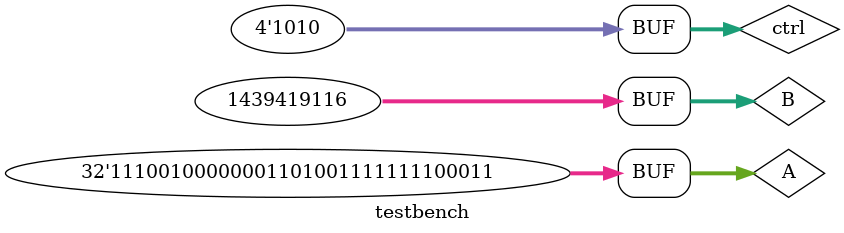
<source format=v>
module testbench;
    
    reg [0:31] A, B;
    reg [0:3] ctrl;
    wire [0:31] ALUout;
    wire zero,of;
    
    alu ALU(A, B, ctrl, ALUout, zero,of);
    
    initial begin
        $monitor("%h,%h,%b,%h,%h,%b",A,B,ctrl,ALUout,zero,of);

		#0 A=32'h8ccd1c83; B=32'hc6959c46; ctrl=32'b1100;
		#1 A=32'h1164c7e1; B=32'hba4dadd1; ctrl=32'b1100;
		#1 A=32'heda2b713; B=32'h0427ac91; ctrl=32'b0000;
		#1 A=32'hc84aea44; B=32'heda2aaec; ctrl=32'b1101;
		#1 A=32'h2ec8476b; B=32'h399c0ca1; ctrl=32'b0100;
		#1 A=32'h40464cac; B=32'h932a0f08; ctrl=32'b1101;
		#1 A=32'h115d736e; B=32'h9d0d3e60; ctrl=32'b1001;
		#1 A=32'h15669284; B=32'hfa4dab5c; ctrl=32'b1001;
		#1 A=32'haba5bc42; B=32'h7cc425b4; ctrl=32'b1100;
		#1 A=32'h6ff89595; B=32'hea67ef4e; ctrl=32'b1110;
		#1 A=32'h99f68f1d; B=32'hc874b90f; ctrl=32'b1100;
		#1 A=32'h6d0887a5; B=32'hfb69a4d4; ctrl=32'b1100;
		#1 A=32'hf5d192e7; B=32'h91cdd018; ctrl=32'b1110;
		#1 A=32'h90cb6047; B=32'h5a3aee3f; ctrl=32'b0111;
		#1 A=32'hc9dfbc1e; B=32'h97cb815c; ctrl=32'b0101;
		#1 A=32'h4afee73d; B=32'he9dae2d2; ctrl=32'b1011;
		#1 A=32'hdc50f154; B=32'hc19e71ff; ctrl=32'b0100;
		#1 A=32'h660a7501; B=32'h2bd16be4; ctrl=32'b0010;
		#1 A=32'h048691d1; B=32'h86bbc33b; ctrl=32'b0000;
		#1 A=32'h90853cdf; B=32'h1b47f759; ctrl=32'b0111;
		#1 A=32'hb7b1b9de; B=32'h1e718403; ctrl=32'b1101;
		#1 A=32'h39e099ce; B=32'hf7a0c3dd; ctrl=32'b1100;
		#1 A=32'hfb298c80; B=32'h7306e6d9; ctrl=32'b1110;
		#1 A=32'hd6c76002; B=32'h269d29fc; ctrl=32'b1101;
		#1 A=32'hf7d66105; B=32'ha6580715; ctrl=32'b1101;
		#1 A=32'hea63c94a; B=32'h2b116057; ctrl=32'b1101;
		#1 A=32'h0dc584c9; B=32'h8c7b5db0; ctrl=32'b0011;
		#1 A=32'h4d20ed27; B=32'h51f0e1f1; ctrl=32'b1011;
		#1 A=32'ha05c9706; B=32'h88a0b539; ctrl=32'b0011;
		#1 A=32'h4d1b9773; B=32'hf2722fb2; ctrl=32'b0101;
		#1 A=32'h95eee5b1; B=32'h711a83fe; ctrl=32'b1100;
		#1 A=32'hc44a643a; B=32'h2a6a581f; ctrl=32'b1011;
		#1 A=32'hb8070a17; B=32'hdb2c8319; ctrl=32'b0111;
		#1 A=32'h15c7a920; B=32'h6815373e; ctrl=32'b0111;
		#1 A=32'he8350606; B=32'h86ef2685; ctrl=32'b1110;
		#1 A=32'h9414a848; B=32'h7dbf37b2; ctrl=32'b1100;
		#1 A=32'h1d1cf773; B=32'h6a2e8cbc; ctrl=32'b1011;
		#1 A=32'he566db6b; B=32'h74f70705; ctrl=32'b1011;
		#1 A=32'ha978a160; B=32'h74bd1382; ctrl=32'b1110;
		#1 A=32'hecc8ff14; B=32'h17552988; ctrl=32'b0010;
		#1 A=32'h4e97c9bd; B=32'h2de0c538; ctrl=32'b0010;
		#1 A=32'h83c4bd30; B=32'hc64bcee9; ctrl=32'b1010;
		#1 A=32'h39bf2e2c; B=32'he2235a47; ctrl=32'b1011;
		#1 A=32'h4bc994e1; B=32'h6f3954b7; ctrl=32'b0000;
		#1 A=32'h7051171c; B=32'h3a2de4ae; ctrl=32'b0001;
		#1 A=32'hc5a7cd00; B=32'he4cbc28d; ctrl=32'b0100;
		#1 A=32'hecf478df; B=32'h10152551; ctrl=32'b1010;
		#1 A=32'hf9f6eb65; B=32'hee3cfc4d; ctrl=32'b0101;
		#1 A=32'h2d835a58; B=32'hf7f236fa; ctrl=32'b1101;
		#1 A=32'he2ce3a23; B=32'hf169878e; ctrl=32'b1101;
		#1 A=32'h9ccd3c3e; B=32'h88006437; ctrl=32'b0001;
		#1 A=32'h15c44ccc; B=32'h841106d1; ctrl=32'b0110;
		#1 A=32'h318c9975; B=32'h2a70d681; ctrl=32'b1000;
		#1 A=32'h11d36477; B=32'h61733881; ctrl=32'b1011;
		#1 A=32'he2a4e2e8; B=32'h8e8b38d3; ctrl=32'b0111;
		#1 A=32'h25c73282; B=32'h2a593691; ctrl=32'b0110;
		#1 A=32'hf9995383; B=32'h9ee851c8; ctrl=32'b1100;
		#1 A=32'h2c754f86; B=32'hbb3774a4; ctrl=32'b0001;
		#1 A=32'h5fdf8daf; B=32'hfc550f33; ctrl=32'b0000;
		#1 A=32'h84c88cf8; B=32'hf1fd4fb2; ctrl=32'b0000;
		#1 A=32'h822123bb; B=32'h17f7acad; ctrl=32'b0100;
		#1 A=32'h2e275d6e; B=32'hee52d418; ctrl=32'b1110;
		#1 A=32'h436342f0; B=32'hc3cda37d; ctrl=32'b0010;
		#1 A=32'h7cd76c5e; B=32'h9fea22d1; ctrl=32'b0100;
		#1 A=32'h3d283f74; B=32'h1b4b9ac2; ctrl=32'b1011;
		#1 A=32'h1093caa4; B=32'h0e47af28; ctrl=32'b0011;
		#1 A=32'h61f09b91; B=32'h0999fa6a; ctrl=32'b0000;
		#1 A=32'hc136bb25; B=32'h23aae3e1; ctrl=32'b1101;
		#1 A=32'hf7eb19ed; B=32'haf657f39; ctrl=32'b1101;
		#1 A=32'ha90a9a49; B=32'h73e41e8c; ctrl=32'b0101;
		#1 A=32'h3dcb9b97; B=32'h740538cb; ctrl=32'b1011;
		#1 A=32'h94cf96c9; B=32'h8b1edd6f; ctrl=32'b1011;
		#1 A=32'h2d92ee93; B=32'h284ceb5f; ctrl=32'b1110;
		#1 A=32'h0ad527f9; B=32'h20258356; ctrl=32'b1110;
		#1 A=32'h39f431ba; B=32'h850346f5; ctrl=32'b0101;
		#1 A=32'h3fdc120f; B=32'h984dd0a8; ctrl=32'b1101;
		#1 A=32'haaf05af6; B=32'h40744566; ctrl=32'b1100;
		#1 A=32'h632ab451; B=32'h7ef3e7a5; ctrl=32'b0010;
		#1 A=32'h33598ae8; B=32'h3737e911; ctrl=32'b1010;
		#1 A=32'he326f137; B=32'h78b94563; ctrl=32'b0101;
		#1 A=32'h8e902fe2; B=32'h2d96e06d; ctrl=32'b1101;
		#1 A=32'h9f6df7b1; B=32'h234aadaa; ctrl=32'b0110;
		#1 A=32'h96069bf4; B=32'h7bbdcf94; ctrl=32'b0000;
		#1 A=32'h845eb8f0; B=32'h6f1680d4; ctrl=32'b1101;
		#1 A=32'hf8428354; B=32'hb1f297aa; ctrl=32'b1001;
		#1 A=32'hd6ade1bd; B=32'h4cfad0e3; ctrl=32'b0001;
		#1 A=32'h0c754538; B=32'hf4ba6606; ctrl=32'b0000;
		#1 A=32'h82dc519b; B=32'h6f0fdd7a; ctrl=32'b0001;
		#1 A=32'hef870fb5; B=32'h1f62c2f6; ctrl=32'b1000;
		#1 A=32'h8c9395e4; B=32'hb9eafd54; ctrl=32'b1010;
		#1 A=32'h4647fd0a; B=32'hfef614fd; ctrl=32'b0000;
		#1 A=32'h9af3a0f1; B=32'h7f21f6de; ctrl=32'b0100;
		#1 A=32'h39bf0a54; B=32'h1ba68e5f; ctrl=32'b1110;
		#1 A=32'h4ec64e70; B=32'h5f32e66c; ctrl=32'b0110;
		#1 A=32'h2a9de782; B=32'hbea877a3; ctrl=32'b1011;
		#1 A=32'h07ce08fd; B=32'heff77335; ctrl=32'b0000;
		#1 A=32'h0361e6b3; B=32'hd250e334; ctrl=32'b1101;
		#1 A=32'ha59ba167; B=32'h3797f391; ctrl=32'b0110;
		#1 A=32'h0c9f4c08; B=32'h3af10f3d; ctrl=32'b0011;
		#1 A=32'hd8b0dbc3; B=32'h769c3147; ctrl=32'b0101;
		#1 A=32'hfac56fa2; B=32'h371a2f50; ctrl=32'b0001;
		#1 A=32'h51e1b209; B=32'h115a3b54; ctrl=32'b0100;
		#1 A=32'hf176ea17; B=32'he84093aa; ctrl=32'b1101;
		#1 A=32'h1b3f4744; B=32'h402f7427; ctrl=32'b1011;
		#1 A=32'hb4105163; B=32'h5641724a; ctrl=32'b1001;
		#1 A=32'hb8e9d14f; B=32'h6fa19d2d; ctrl=32'b1001;
		#1 A=32'h7a8e68fa; B=32'h04346013; ctrl=32'b1100;
		#1 A=32'h00b01c99; B=32'hd42cc5b3; ctrl=32'b1001;
		#1 A=32'hbfce0350; B=32'ha8229f30; ctrl=32'b0110;
		#1 A=32'ha41f213e; B=32'h90bbbacc; ctrl=32'b0101;
		#1 A=32'hef8b71ae; B=32'ha1868862; ctrl=32'b1001;
		#1 A=32'h1298fac9; B=32'h7f65fbe4; ctrl=32'b0111;
		#1 A=32'h117d1eb9; B=32'h10d6bb94; ctrl=32'b0111;
		#1 A=32'ha74089c9; B=32'h30492f8c; ctrl=32'b1101;
		#1 A=32'h471f1802; B=32'h09140936; ctrl=32'b1110;
		#1 A=32'h04c1dbb5; B=32'hc59c4b75; ctrl=32'b0011;
		#1 A=32'h0243fd77; B=32'h0a672753; ctrl=32'b0010;
		#1 A=32'hc4583464; B=32'h3f70635e; ctrl=32'b1001;
		#1 A=32'hd3b94035; B=32'h1548470b; ctrl=32'b0100;
		#1 A=32'hf37226ef; B=32'h5033017d; ctrl=32'b0111;
		#1 A=32'h016495ff; B=32'h50528609; ctrl=32'b0110;
		#1 A=32'h304ccdd5; B=32'h5c0969e9; ctrl=32'b0100;
		#1 A=32'haa1b8e5e; B=32'h1c51e402; ctrl=32'b0100;
		#1 A=32'hd9918d8f; B=32'hcc7f5ce7; ctrl=32'b0110;
		#1 A=32'h213bf163; B=32'hf9b1d869; ctrl=32'b1001;
		#1 A=32'hdb4c121d; B=32'h0d650d18; ctrl=32'b0111;
		#1 A=32'h86cd476f; B=32'h4618db70; ctrl=32'b1001;
		#1 A=32'hadc52d54; B=32'hb6608bfa; ctrl=32'b0001;
		#1 A=32'h0c5cc19b; B=32'h36f444d8; ctrl=32'b0000;
		#1 A=32'hc4928bc3; B=32'hf309f9a0; ctrl=32'b0100;
		#1 A=32'he1a6babf; B=32'h3563c672; ctrl=32'b0010;
		#1 A=32'h9d6a7bdd; B=32'h249b871a; ctrl=32'b1110;
		#1 A=32'h7f6d9313; B=32'h86ab895c; ctrl=32'b0110;
		#1 A=32'h96f7d113; B=32'h3e18b132; ctrl=32'b0011;
		#1 A=32'h8f08370b; B=32'hb1cc8976; ctrl=32'b0110;
		#1 A=32'h02a5b459; B=32'hf3358d31; ctrl=32'b1001;
		#1 A=32'h3f5a506b; B=32'h8dc54ec8; ctrl=32'b0100;
		#1 A=32'hdb78eefc; B=32'h0df13ec6; ctrl=32'b1101;
		#1 A=32'hc57296e7; B=32'h0434d5bf; ctrl=32'b0000;
		#1 A=32'h410a41b0; B=32'h3f35b666; ctrl=32'b1000;
		#1 A=32'hb36ed7c3; B=32'h5c30f9e0; ctrl=32'b1000;
		#1 A=32'h709a5b99; B=32'h6baee595; ctrl=32'b1110;
		#1 A=32'ha454297f; B=32'hc1e2a1a7; ctrl=32'b1001;
		#1 A=32'ha3b6d6d1; B=32'he910a891; ctrl=32'b1101;
		#1 A=32'h94e82cb2; B=32'hb4d71906; ctrl=32'b1000;
		#1 A=32'h313740fd; B=32'hc2fa5bd3; ctrl=32'b1100;
		#1 A=32'hf9455c0a; B=32'h192cb92c; ctrl=32'b0001;
		#1 A=32'h9807e93b; B=32'h837dc62d; ctrl=32'b1101;
		#1 A=32'hcdd36cb3; B=32'h5455e8cc; ctrl=32'b0001;
		#1 A=32'h3016d911; B=32'h0d4efc9d; ctrl=32'b0110;
		#1 A=32'h168571f7; B=32'ha161b071; ctrl=32'b0111;
		#1 A=32'h5d243a14; B=32'h09643bc0; ctrl=32'b1011;
		#1 A=32'h6c3710e8; B=32'hee0c8f0a; ctrl=32'b0101;
		#1 A=32'h55bb0363; B=32'h9b71dec7; ctrl=32'b1110;
		#1 A=32'h5258927b; B=32'h35947f52; ctrl=32'b1101;
		#1 A=32'h41360431; B=32'hac8b8c78; ctrl=32'b1001;
		#1 A=32'h8f3f9557; B=32'h15fefc66; ctrl=32'b1010;
		#1 A=32'h569167ec; B=32'h2e849032; ctrl=32'b0011;
		#1 A=32'hfe7f2f86; B=32'h44951241; ctrl=32'b0000;
		#1 A=32'h10a6bfe9; B=32'hc25eef0a; ctrl=32'b1011;
		#1 A=32'h550fa7c5; B=32'h80f52b0f; ctrl=32'b1011;
		#1 A=32'h61d0ad79; B=32'hc970233f; ctrl=32'b0001;
		#1 A=32'h7c0416bb; B=32'hc16afaf5; ctrl=32'b0011;
		#1 A=32'h4c502428; B=32'hc6498f8e; ctrl=32'b1011;
		#1 A=32'h286b2ed7; B=32'hb2d59d09; ctrl=32'b1100;
		#1 A=32'h9e30e096; B=32'hacba8440; ctrl=32'b0011;
		#1 A=32'h75e3c4f5; B=32'h42855467; ctrl=32'b0001;
		#1 A=32'h5dd0e400; B=32'ha389d014; ctrl=32'b0010;
		#1 A=32'h263ed93a; B=32'hc1a3136f; ctrl=32'b1011;
		#1 A=32'h12b83a75; B=32'h6e622bce; ctrl=32'b1010;
		#1 A=32'he150e844; B=32'h95ddcc12; ctrl=32'b0100;
		#1 A=32'hf7fa08b4; B=32'h337b2de9; ctrl=32'b0111;
		#1 A=32'h14c112c8; B=32'h75e3843d; ctrl=32'b1100;
		#1 A=32'h4a3547f9; B=32'hefd4cf3f; ctrl=32'b0001;
		#1 A=32'hb36053e0; B=32'h268ed7f7; ctrl=32'b1011;
		#1 A=32'ha01ab403; B=32'hd20fbcb7; ctrl=32'b0010;
		#1 A=32'h37a2b721; B=32'hda6da6d8; ctrl=32'b1010;
		#1 A=32'h0c7311a7; B=32'hb0044334; ctrl=32'b0001;
		#1 A=32'hdbc84070; B=32'h21b19d31; ctrl=32'b0011;
		#1 A=32'hd08025b7; B=32'he7d84687; ctrl=32'b1110;
		#1 A=32'h82a404d1; B=32'h544db748; ctrl=32'b0011;
		#1 A=32'hb08d2073; B=32'h9aaec430; ctrl=32'b0010;
		#1 A=32'h26c76912; B=32'h2c1ae4f7; ctrl=32'b1001;
		#1 A=32'h2fe6cb20; B=32'h291b4b5e; ctrl=32'b1010;
		#1 A=32'h77ed4880; B=32'hb8dfde63; ctrl=32'b1100;
		#1 A=32'hf6df9522; B=32'h065d7460; ctrl=32'b0011;
		#1 A=32'habd304f4; B=32'hb686e7d8; ctrl=32'b0100;
		#1 A=32'h2d65a44c; B=32'hee2a3a69; ctrl=32'b0011;
		#1 A=32'h9cd13d84; B=32'hf19858d6; ctrl=32'b0100;
		#1 A=32'hbce0f9c9; B=32'h842af35e; ctrl=32'b1000;
		#1 A=32'h5dcc4bc3; B=32'hbfc043a7; ctrl=32'b1001;
		#1 A=32'h822447e5; B=32'hb6c66356; ctrl=32'b0111;
		#1 A=32'h9c155feb; B=32'h1959b1a3; ctrl=32'b0010;
		#1 A=32'h04d15b7a; B=32'h1639fbb3; ctrl=32'b1010;
		#1 A=32'h945ab312; B=32'h1f7572bc; ctrl=32'b0101;
		#1 A=32'hc0987589; B=32'hc187b26b; ctrl=32'b1110;
		#1 A=32'h7c723a93; B=32'h32863e52; ctrl=32'b0000;
		#1 A=32'h924b055f; B=32'hf0585252; ctrl=32'b0101;
		#1 A=32'h2c3004fe; B=32'h97609987; ctrl=32'b0000;
		#1 A=32'he4069fe3; B=32'h55cbcaec; ctrl=32'b1010;

    end
endmodule //testbench 

</source>
